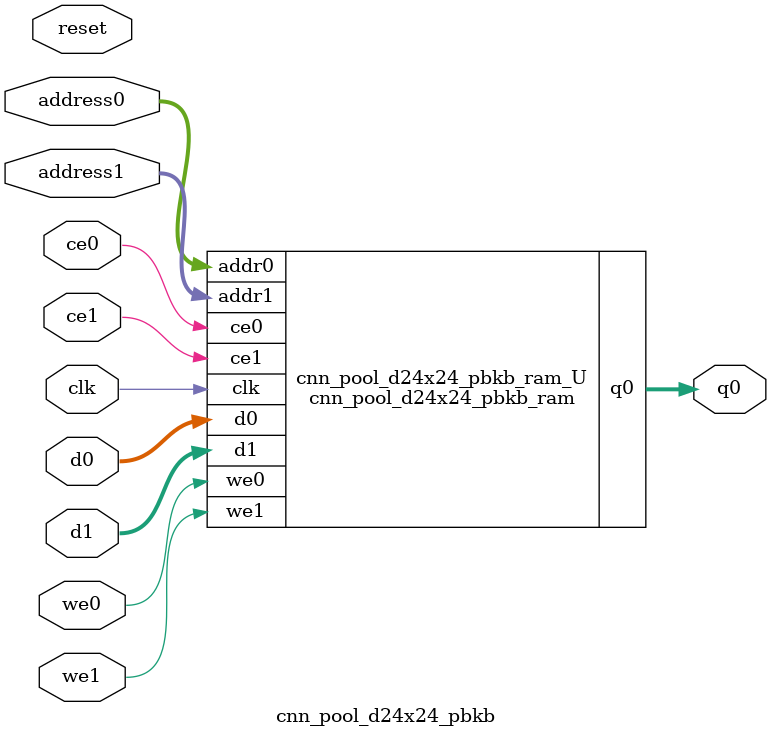
<source format=v>

`timescale 1 ns / 1 ps
module cnn_pool_d24x24_pbkb_ram (addr0, ce0, d0, we0, q0, addr1, ce1, d1, we1,  clk);

parameter DWIDTH = 32;
parameter AWIDTH = 5;
parameter MEM_SIZE = 24;

input[AWIDTH-1:0] addr0;
input ce0;
input[DWIDTH-1:0] d0;
input we0;
output reg[DWIDTH-1:0] q0;
input[AWIDTH-1:0] addr1;
input ce1;
input[DWIDTH-1:0] d1;
input we1;
input clk;

(* ram_style = "block" *)reg [DWIDTH-1:0] ram[0:MEM_SIZE-1];




always @(posedge clk)  
begin 
    if (ce0) 
    begin
        if (we0) 
        begin 
            ram[addr0] <= d0; 
            q0 <= d0;
        end 
        else 
            q0 <= ram[addr0];
    end
end


always @(posedge clk)  
begin 
    if (ce1) 
    begin
        if (we1) 
        begin 
            ram[addr1] <= d1; 
        end 
    end
end


endmodule


`timescale 1 ns / 1 ps
module cnn_pool_d24x24_pbkb(
    reset,
    clk,
    address0,
    ce0,
    we0,
    d0,
    q0,
    address1,
    ce1,
    we1,
    d1);

parameter DataWidth = 32'd32;
parameter AddressRange = 32'd24;
parameter AddressWidth = 32'd5;
input reset;
input clk;
input[AddressWidth - 1:0] address0;
input ce0;
input we0;
input[DataWidth - 1:0] d0;
output[DataWidth - 1:0] q0;
input[AddressWidth - 1:0] address1;
input ce1;
input we1;
input[DataWidth - 1:0] d1;



cnn_pool_d24x24_pbkb_ram cnn_pool_d24x24_pbkb_ram_U(
    .clk( clk ),
    .addr0( address0 ),
    .ce0( ce0 ),
    .d0( d0 ),
    .we0( we0 ),
    .q0( q0 ),
    .addr1( address1 ),
    .ce1( ce1 ),
    .d1( d1 ),
    .we1( we1 ));

endmodule


</source>
